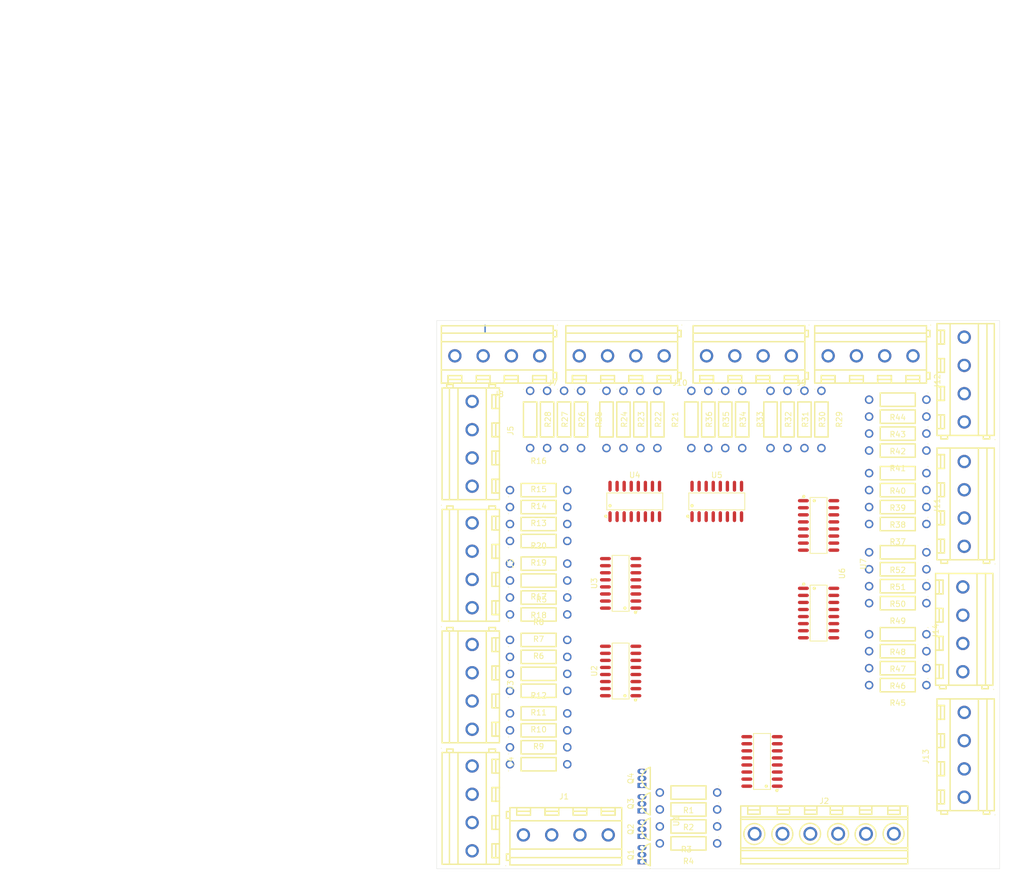
<source format=kicad_pcb>
(kicad_pcb (version 20211014) (generator pcbnew)
  (layers (0 "F.Cu" jumper) (31 "B.Cu" signal) (34 "B.Paste" user) (35 "F.Paste" user) (36 "B.SilkS" user "B.Silkscreen") (37 "F.SilkS" user "F.Silkscreen") (38 "B.Mask" user) (39 "F.Mask" user) (44 "Edge.Cuts" user))
  (net 0 "")
  (net 1 "Net-(J1-Pad1)")
  (net 2 "Net-(J1-Pad2)")
  (net 3 "Net-(J1-Pad3)")
  (net 4 "Net-(J1-Pad4)")
  (net 5 "GND")
  (net 6 "Net-(J2-Pad2)")
  (net 7 "Net-(J2-Pad3)")
  (net 8 "Net-(J2-Pad4)")
  (net 9 "Net-(J2-Pad5)")
  (net 10 "Net-(J3-Pad1)")
  (net 11 "Net-(J3-Pad2)")
  (net 12 "Net-(J3-Pad3)")
  (net 13 "Net-(J3-Pad4)")
  (net 14 "Net-(J4-Pad1)")
  (net 15 "Net-(J4-Pad2)")
  (net 16 "Net-(J4-Pad3)")
  (net 17 "Net-(J4-Pad4)")
  (net 18 "Net-(J5-Pad1)")
  (net 19 "Net-(J5-Pad2)")
  (net 20 "Net-(J5-Pad3)")
  (net 21 "Net-(J5-Pad4)")
  (net 22 "Net-(J6-Pad1)")
  (net 23 "Net-(J6-Pad2)")
  (net 24 "Net-(J6-Pad3)")
  (net 25 "Net-(J6-Pad4)")
  (net 26 "Net-(J7-Pad1)")
  (net 27 "Net-(J7-Pad2)")
  (net 28 "Net-(J7-Pad3)")
  (net 29 "Net-(J7-Pad4)")
  (net 30 "Net-(J8-Pad1)")
  (net 31 "Net-(J8-Pad2)")
  (net 32 "Net-(J8-Pad3)")
  (net 33 "Net-(J8-Pad4)")
  (net 34 "Net-(J9-Pad1)")
  (net 35 "Net-(J9-Pad2)")
  (net 36 "Net-(J9-Pad3)")
  (net 37 "Net-(J9-Pad4)")
  (net 38 "Net-(J10-Pad1)")
  (net 39 "Net-(J10-Pad2)")
  (net 40 "Net-(J10-Pad3)")
  (net 41 "Net-(J10-Pad4)")
  (net 42 "Net-(J11-Pad1)")
  (net 43 "Net-(J11-Pad2)")
  (net 44 "Net-(J11-Pad3)")
  (net 45 "Net-(J11-Pad4)")
  (net 46 "Net-(J12-Pad1)")
  (net 47 "Net-(J12-Pad2)")
  (net 48 "Net-(J12-Pad3)")
  (net 49 "Net-(J12-Pad4)")
  (net 50 "Net-(J13-Pad1)")
  (net 51 "Net-(J13-Pad2)")
  (net 52 "Net-(J13-Pad3)")
  (net 53 "Net-(J13-Pad4)")
  (net 54 "Net-(J14-Pad1)")
  (net 55 "Net-(J14-Pad2)")
  (net 56 "Net-(J14-Pad3)")
  (net 57 "Net-(J14-Pad4)")
  (net 58 "Net-(J2-Pad6)")
  (net 59 "Net-(Q1-Pad2)")
  (net 60 "Net-(Q2-Pad2)")
  (net 61 "Net-(Q3-Pad2)")
  (net 62 "Net-(R1-Pad1)")
  (net 63 "Net-(R2-Pad1)")
  (net 64 "Net-(R3-Pad1)")
  (net 65 "Net-(R4-Pad1)")
  (net 66 "Net-(R6-Pad2)")
  (net 67 "Net-(R7-Pad2)")
  (net 68 "Net-(R8-Pad2)")
  (net 69 "Net-(R9-Pad2)")
  (net 70 "Net-(R10-Pad2)")
  (net 71 "Net-(R11-Pad2)")
  (net 72 "Net-(R12-Pad2)")
  (net 73 "Net-(R13-Pad2)")
  (net 74 "Net-(R14-Pad2)")
  (net 75 "Net-(R15-Pad2)")
  (net 76 "Net-(R16-Pad2)")
  (net 77 "Net-(R17-Pad2)")
  (net 78 "Net-(R18-Pad2)")
  (net 79 "Net-(R19-Pad2)")
  (net 80 "Net-(R20-Pad2)")
  (net 81 "Net-(R21-Pad2)")
  (net 82 "Net-(R22-Pad2)")
  (net 83 "Net-(R23-Pad2)")
  (net 84 "Net-(R24-Pad2)")
  (net 85 "Net-(R25-Pad2)")
  (net 86 "Net-(R26-Pad2)")
  (net 87 "Net-(R27-Pad2)")
  (net 88 "Net-(R28-Pad2)")
  (net 89 "Net-(R29-Pad2)")
  (net 90 "Net-(R30-Pad2)")
  (net 91 "Net-(R31-Pad2)")
  (net 92 "Net-(R32-Pad2)")
  (net 93 "Net-(R33-Pad2)")
  (net 94 "Net-(R34-Pad2)")
  (net 95 "Net-(R35-Pad2)")
  (net 96 "Net-(R36-Pad2)")
  (net 97 "Net-(R37-Pad2)")
  (net 98 "Net-(R38-Pad2)")
  (net 99 "Net-(R39-Pad2)")
  (net 100 "Net-(R40-Pad2)")
  (net 101 "Net-(R41-Pad2)")
  (net 102 "Net-(R42-Pad2)")
  (net 103 "Net-(R43-Pad2)")
  (net 104 "Net-(R44-Pad2)")
  (net 105 "Net-(R45-Pad2)")
  (net 106 "Net-(R46-Pad2)")
  (net 107 "Net-(R47-Pad2)")
  (net 108 "Net-(R48-Pad2)")
  (net 109 "Net-(R49-Pad2)")
  (net 110 "Net-(R50-Pad2)")
  (net 111 "Net-(R51-Pad2)")
  (net 112 "Net-(R52-Pad2)")
  (net 113 "Net-(R5-Pad2)")
  (net 118 "Net-(U1-Pad9)")
  (net 119 "Net-(U2-Pad9)")
  (net 120 "Net-(U3-Pad9)")
  (net 121 "Net-(U4-Pad9)")
  (net 122 "Net-(U5-Pad9)")
  (net 123 "Net-(U6-Pad9)")
  (net 125 "Net-(Q4-Pad2)")
  (footprint "330R:RES-TH_BD2.4-L6.3-P10.30-D0.6" (layer "F.Cu") (at 94.5388 76.8096 -90)
    (fp_text reference "R31")
    (fp_text value "330")
  )
  (footprint "330R:RES-TH_BD2.4-L6.3-P10.30-D0.6" (layer "F.Cu") (at 114.3508 118.4656 180)
    (fp_text reference "R47")
    (fp_text value "330")
  )
  (footprint "330R:RES-TH_BD2.4-L6.3-P10.30-D0.6" (layer "F.Cu") (at 49.8348 122.5296)
    (fp_text reference "R6")
    (fp_text value "330")
  )
  (footprint "330R:RES-TH_BD2.4-L6.3-P10.30-D0.6" (layer "F.Cu") (at 49.8348 95.6056)
    (fp_text reference "R14")
    (fp_text value "330")
  )
  (footprint "330R:RES-TH_BD2.4-L6.3-P10.30-D0.6" (layer "F.Cu") (at 49.8348 105.7656)
    (fp_text reference "R19")
    (fp_text value "330")
  )
  (footprint "330R:RES-TH_BD2.4-L6.3-P10.30-D0.6" (layer "F.Cu") (at 49.8348 102.7176)
    (fp_text reference "R20")
    (fp_text value "330")
  )
  (footprint "1kR:RES-TH_BD2.4-L6.3-P10.30-D0.6" (layer "F.Cu") (at 76.7588 153.0096 180)
    (fp_text reference "R4")
    (fp_text value "1000")
  )
  (footprint "74HC595:SOIC-16_L9.9-W3.9-P1.27-LS6.0-BL" (layer "F.Cu") (at 64.5668 122.0216 90)
    (fp_text reference "U2")
    (fp_text value "74HC595D,118")
  )
  (footprint "330R:RES-TH_BD2.4-L6.3-P10.30-D0.6" (layer "F.Cu") (at 65.0748 76.8096 -90)
    (fp_text reference "R23")
    (fp_text value "330")
  )
  (footprint "330R:RES-TH_BD2.4-L6.3-P10.30-D0.6" (layer "F.Cu") (at 114.3508 86.4616 180)
    (fp_text reference "R40")
    (fp_text value "330")
  )
  (footprint "330R:RES-TH_BD2.4-L6.3-P10.30-D0.6" (layer "F.Cu") (at 91.4908 76.8096 -90)
    (fp_text reference "R32")
    (fp_text value "330")
  )
  (footprint "330R:RES-TH_BD2.4-L6.3-P10.30-D0.6" (layer "F.Cu") (at 68.1228 76.8096 -90)
    (fp_text reference "R22")
    (fp_text value "330")
  )
  (footprint "330R:RES-TH_BD2.4-L6.3-P10.30-D0.6" (layer "F.Cu") (at 49.8348 98.6536)
    (fp_text reference "R13")
    (fp_text value "330")
  )
  (footprint "74HC595:SOIC-16_L9.9-W3.9-P1.27-LS6.0-BL" (layer "F.Cu") (at 81.8388 91.5416)
    (fp_text reference "U5")
    (fp_text value "74HC595D,118")
  )
  (footprint "DB128V-5.0-4P-GN-S:CONN-TH_DB128V-5.0-4P" (layer "F.Cu") (at 65.0748 65.1256 180)
    (fp_text reference "J7")
    (fp_text value "DB128V-5_0-4P")
  )
  (footprint "330R:RES-TH_BD2.4-L6.3-P10.30-D0.6" (layer "F.Cu") (at 48.3108 76.8096 -90)
    (fp_text reference "R28")
    (fp_text value "330")
  )
  (footprint "330R:RES-TH_BD2.4-L6.3-P10.30-D0.6" (layer "F.Cu") (at 49.8348 135.7376)
    (fp_text reference "R10")
    (fp_text value "330")
  )
  (footprint "DB128V-5.0-4P-GN-S:CONN-TH_DB128V-5.0-4P" (layer "F.Cu") (at 37.6428 124.5616 -90)
    (fp_text reference "J3")
    (fp_text value "DB128V-5_0-4P")
  )
  (footprint "330R:RES-TH_BD2.4-L6.3-P10.30-D0.6" (layer "F.Cu") (at 54.4068 76.8096 -90)
    (fp_text reference "R26")
    (fp_text value "330")
  )
  (footprint "330R:RES-TH_BD2.4-L6.3-P10.30-D0.6" (layer "F.Cu") (at 49.8348 138.7856)
    (fp_text reference "R9")
    (fp_text value "330")
  )
  (footprint "DB128V-5.0-4P-GN-S:CONN-TH_DB128V-5.0-4P" (layer "F.Cu") (at 126.5428 137.395598 90)
    (fp_text reference "J13")
    (fp_text value "DB128V-5_0-4P")
  )
  (footprint "330R:RES-TH_BD2.4-L6.3-P10.30-D0.6" (layer "F.Cu") (at 49.8348 92.5576)
    (fp_text reference "R15")
    (fp_text value "330")
  )
  (footprint "74HC595:SOIC-16_L9.9-W3.9-P1.27-LS6.0-BL" (layer "F.Cu") (at 67.1068 91.5416)
    (fp_text reference "U4")
    (fp_text value "74HC595D,118")
  )
  (footprint "330R:RES-TH_BD2.4-L6.3-P10.30-D0.6" (layer "F.Cu") (at 49.8348 89.5096)
    (fp_text reference "R16")
    (fp_text value "330")
  )
  (footprint "330R:RES-TH_BD2.4-L6.3-P10.30-D0.6" (layer "F.Cu") (at 77.2668 76.8096 -90)
    (fp_text reference "R36")
    (fp_text value "330")
  )
  (footprint "330R:RES-TH_BD2.4-L6.3-P10.30-D0.6" (layer "F.Cu") (at 114.3508 115.4176 180)
    (fp_text reference "R48")
    (fp_text value "330")
  )
  (footprint "330R:RES-TH_BD2.4-L6.3-P10.30-D0.6" (layer "F.Cu") (at 49.8348 111.8616)
    (fp_text reference "R17")
    (fp_text value "330")
  )
  (footprint "DB128V-5.0-4P-GN-S:CONN-TH_DB128V-5.0-4P" (layer "F.Cu") (at 126.5428 69.9516 90)
    (fp_text reference "J12")
    (fp_text value "DB128V-5_0-4P")
  )
  (footprint "2N2222A:TO-92-3_L4.9-W3.7-P1.27-L" (layer "F.Cu") (at 69.1388 155.0416 90)
    (fp_text reference "Q1")
    (fp_text value "2N2222")
  )
  (footprint "DB128V-5.0-4P-GN-S:CONN-TH_DB128V-5.0-4P" (layer "F.Cu") (at 37.6428 102.7176 -90)
    (fp_text reference "J6")
    (fp_text value "DB128V-5_0-4P")
  )
  (footprint "330R:RES-TH_BD2.4-L6.3-P10.30-D0.6" (layer "F.Cu") (at 114.3508 79.3496 180)
    (fp_text reference "R42")
    (fp_text value "330")
  )
  (footprint "74HC595:SOIC-16_L9.9-W3.9-P1.27-LS6.0-BL" (layer "F.Cu") (at 89.9668 138.2776 90)
    (fp_text reference "U1")
    (fp_text value "74HC595D,118")
  )
  (footprint "330R:RES-TH_BD2.4-L6.3-P10.30-D0.6" (layer "F.Cu") (at 114.3508 82.3976 180)
    (fp_text reference "R41")
    (fp_text value "330")
  )
  (footprint "330R:RES-TH_BD2.4-L6.3-P10.30-D0.6" (layer "F.Cu") (at 49.8348 132.6896)
    (fp_text reference "R11")
    (fp_text value "330")
  )
  (footprint "330R:RES-TH_BD2.4-L6.3-P10.30-D0.6" (layer "F.Cu") (at 114.3508 109.8296 180)
    (fp_text reference "R49")
    (fp_text value "330")
  )
  (footprint "330R:RES-TH_BD2.4-L6.3-P10.30-D0.6" (layer "F.Cu") (at 114.3508 106.7816 180)
    (fp_text reference "R50")
    (fp_text value "330")
  )
  (footprint "DB128V-5.0-4P-GN-S:CONN-TH_DB128V-5.0-4P" (layer "F.Cu") (at 37.6428 80.8736 -90)
    (fp_text reference "J5")
    (fp_text value "DB128V-5_0-4P")
  )
  (footprint "330R:RES-TH_BD2.4-L6.3-P10.30-D0.6" (layer "F.Cu") (at 100.6348 76.8096 -90)
    (fp_text reference "R29")
    (fp_text value "330")
  )
  (footprint "330R:RES-TH_BD2.4-L6.3-P10.30-D0.6" (layer "F.Cu") (at 49.8348 119.4816)
    (fp_text reference "R7")
    (fp_text value "330")
  )
  (footprint "330R:RES-TH_BD2.4-L6.3-P10.30-D0.6" (layer "F.Cu") (at 114.3508 121.5136 180)
    (fp_text reference "R46")
    (fp_text value "330")
  )
  (footprint "DB128V-5.0-4P-GN-S:CONN-TH_DB128V-5.0-4P" (layer "F.Cu") (at 126.5428 92.3036 90)
    (fp_text reference "J11")
    (fp_text value "DB128V-5_0-4P")
  )
  (footprint "DB128V-5.0-4P-GN-S:CONN-TH_DB128V-5.0-4P" (layer "F.Cu") (at 37.6428 146.4056 -90)
    (fp_text reference "J4")
    (fp_text value "DB128V-5_0-4P")
  )
  (footprint "330R:RES-TH_BD2.4-L6.3-P10.30-D0.6" (layer "F.Cu") (at 114.3508 76.3016 180)
    (fp_text reference "R43")
    (fp_text value "330")
  )
  (footprint "330R:RES-TH_BD2.4-L6.3-P10.30-D0.6" (layer "F.Cu") (at 114.3508 103.7336 180)
    (fp_text reference "R51")
    (fp_text value "330")
  )
  (footprint "DB128V-5.0-4P-GN-S:CONN-TH_DB128V-5.0-4P" (layer "F.Cu") (at 126.2928 114.849599 90)
    (fp_text reference "J14")
    (fp_text value "DB128V-5_0-4P")
  )
  (footprint "330R:RES-TH_BD2.4-L6.3-P10.30-D0.6" (layer "F.Cu") (at 114.3508 100.6856 180)
    (fp_text reference "R52")
    (fp_text value "330")
  )
  (footprint "2N2222A:TO-92-3_L4.9-W3.7-P1.27-L" (layer "F.Cu") (at 69.1388 150.4696 90)
    (fp_text reference "Q2")
    (fp_text value "2N2222")
  )
  (footprint "DB128V-5.0-4P-GN-S:CONN-TH_DB128V-5.0-4P" (layer "F.Cu") (at 42.7228 65.1256 180)
    (fp_text reference "J8")
    (fp_text value "DB128V-5_0-4P")
  )
  (footprint "74HC595:SOIC-16_L9.9-W3.9-P1.27-LS6.0-BL" (layer "F.Cu") (at 100.1268 111.6076 -90)
    (fp_text reference "U7")
    (fp_text value "74HC595D,118")
  )
  (footprint "330R:RES-TH_BD2.4-L6.3-P10.30-D0.6" (layer "F.Cu") (at 97.5868 76.8096 -90)
    (fp_text reference "R30")
    (fp_text value "330")
  )
  (footprint "330R:RES-TH_BD2.4-L6.3-P10.30-D0.6" (layer "F.Cu") (at 51.3588 76.8096 -90)
    (fp_text reference "R27")
    (fp_text value "330")
  )
  (footprint "330R:RES-TH_BD2.4-L6.3-P10.30-D0.6" (layer "F.Cu") (at 49.8348 108.8136 180)
    (fp_text reference "R18")
    (fp_text value "330")
  )
  (footprint "330R:RES-TH_BD2.4-L6.3-P10.30-D0.6" (layer "F.Cu") (at 86.4108 76.8096 -90)
    (fp_text reference "R33")
    (fp_text value "330")
  )
  (footprint "330R:RES-TH_BD2.4-L6.3-P10.30-D0.6" (layer "F.Cu") (at 71.1708 76.8096 -90)
    (fp_text reference "R21")
    (fp_text value "330")
  )
  (footprint "1kR:RES-TH_BD2.4-L6.3-P10.30-D0.6" (layer "F.Cu") (at 76.7588 143.8656 180)
    (fp_text reference "R1")
    (fp_text value "1000")
  )
  (footprint "DB128V-5.0-4P-GN-S:CONN-TH_DB128V-5.0-4P" (layer "F.Cu") (at 109.7788 65.1256 180)
    (fp_text reference "J9")
    (fp_text value "DB128V-5_0-4P")
  )
  (footprint "330R:RES-TH_BD2.4-L6.3-P10.30-D0.6" (layer "F.Cu") (at 114.3508 124.5616 180)
    (fp_text reference "R45")
    (fp_text value "330")
  )
  (footprint "330R:RES-TH_BD2.4-L6.3-P10.30-D0.6" (layer "F.Cu") (at 49.8348 129.6416)
    (fp_text reference "R12")
    (fp_text value "330")
  )
  (footprint "2N2222A:TO-92-3_L4.9-W3.7-P1.27-L" (layer "F.Cu") (at 69.1388 141.3256 90)
    (fp_text reference "Q4")
    (fp_text value "2N2222")
  )
  (footprint "DB128V-5.0-4P-GN-S:CONN-TH_DB128V-5.0-4P" (layer "F.Cu") (at 54.4068 151.7356)
    (fp_text reference "J1")
    (fp_text value "DB128V-5_0-4P")
  )
  (footprint "1kR:RES-TH_BD2.4-L6.3-P10.30-D0.6" (layer "F.Cu") (at 76.7588 146.9136 180)
    (fp_text reference "R2")
    (fp_text value "1000")
  )
  (footprint "330R:RES-TH_BD2.4-L6.3-P10.30-D0.6" (layer "F.Cu") (at 114.3508 95.6056 180)
    (fp_text reference "R37")
    (fp_text value "330")
  )
  (footprint "330R:RES-TH_BD2.4-L6.3-P10.30-D0.6" (layer "F.Cu") (at 49.8348 125.5776)
    (fp_text reference "R5")
    (fp_text value "330")
  )
  (footprint "DB128V-5.0-4P-GN-S:CONN-TH_DB128V-5.0-4P" (layer "F.Cu") (at 87.9348 65.1256 180)
    (fp_text reference "J10")
    (fp_text value "DB128V-5_0-4P")
  )
  (footprint "330R:RES-TH_BD2.4-L6.3-P10.30-D0.6" (layer "F.Cu") (at 114.3508 89.5096 180)
    (fp_text reference "R39")
    (fp_text value "330")
  )
  (footprint "1kR:RES-TH_BD2.4-L6.3-P10.30-D0.6" (layer "F.Cu") (at 76.7588 149.9616 180)
    (fp_text reference "R3")
    (fp_text value "1000")
  )
  (footprint "74HC595:SOIC-16_L9.9-W3.9-P1.27-LS6.0-BL" (layer "F.Cu") (at 100.1268 95.8596 -90)
    (fp_text reference "U6")
    (fp_text value "74HC595D,118")
  )
  (footprint "74HC595:SOIC-16_L9.9-W3.9-P1.27-LS6.0-BL" (layer "F.Cu") (at 64.5668 106.2736 90)
    (fp_text reference "U3")
    (fp_text value "74HC595D,118")
  )
  (footprint "2N2222A:TO-92-3_L4.9-W3.7-P1.27-L" (layer "F.Cu") (at 69.1388 145.8976 90)
    (fp_text reference "Q3")
    (fp_text value "2N2222")
  )
  (footprint "330R:RES-TH_BD2.4-L6.3-P10.30-D0.6" (layer "F.Cu") (at 57.4548 76.8096 -90)
    (fp_text reference "R25")
    (fp_text value "330")
  )
  (footprint "330R:RES-TH_BD2.4-L6.3-P10.30-D0.6" (layer "F.Cu") (at 80.3148 76.8096 -90)
    (fp_text reference "R35")
    (fp_text value "330")
  )
  (footprint "DB128V-5.0-6P-GN-S:CONN-TH_6P-P5.00_DB128V" (layer "F.Cu") (at 101.1428 151.4856)
    (fp_text reference "J2")
    (fp_text value "DB128V-5_0-6P")
  )
  (footprint "330R:RES-TH_BD2.4-L6.3-P10.30-D0.6" (layer "F.Cu") (at 114.3508 73.2536 180)
    (fp_text reference "R44")
    (fp_text value "330")
  )
  (footprint "330R:RES-TH_BD2.4-L6.3-P10.30-D0.6" (layer "F.Cu") (at 49.8348 116.4336)
    (fp_text reference "R8")
    (fp_text value "330")
  )
  (footprint "330R:RES-TH_BD2.4-L6.3-P10.30-D0.6" (layer "F.Cu") (at 114.3508 92.5576 180)
    (fp_text reference "R38")
    (fp_text value "330")
  )
  (footprint "330R:RES-TH_BD2.4-L6.3-P10.30-D0.6" (layer "F.Cu") (at 62.0268 76.8096 -90)
    (fp_text reference "R24")
    (fp_text value "330")
  )
  (footprint "330R:RES-TH_BD2.4-L6.3-P10.30-D0.6" (layer "F.Cu") (at 83.3628 76.8096 -90)
    (fp_text reference "R34")
    (fp_text value "330")
  )
  (gr_line (start 31.5468 157.5816) (end 31.5468 59.0296) (layer "Edge.Cuts") (width 0.05))
  (gr_line (start 31.5468 157.5816) (end 132.6388 157.5816) (layer "Edge.Cuts") (width 0.05))
  (gr_line (start 31.5468 59.0296) (end 132.6388 59.0296) (layer "Edge.Cuts") (width 0.05))
  (gr_line (start 132.6388 157.5816) (end 132.6388 59.0296) (layer "Edge.Cuts") (width 0.05))
  (segment locked (start 40.216799 61.095) (end 40.216799 59.8936) (width 0.25) (layer "B.Cu") (net 6))
)
</source>
